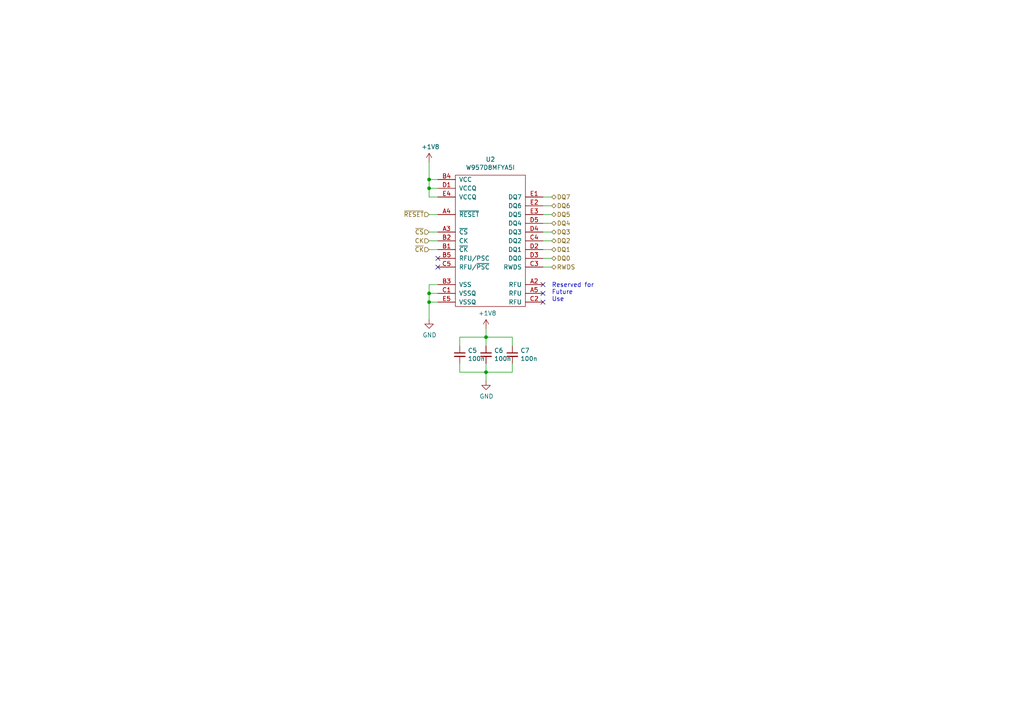
<source format=kicad_sch>
(kicad_sch (version 20230121) (generator eeschema)
  (paper "A4")
  (title_block (title "iCEBreaker PMOD - Hyperram") (rev "V1.0a") (company "1BitSquared") (comment 1 "2020 (C) 1BitSquared <info@1bitsquared.com>") (comment 2 "2020 (C) Piotr Esden-Tempski <piotr@esden.net>") (comment 3 "License: CC-BY-SA 4.0"))
  (lib_symbols
    (symbol "pkl_device:pkl_C_Small" (pin_numbers hide) (pin_names (offset 0.254) hide)
      (property "Reference" "C" (at 0.254 1.778 0))
      (property "Value" "pkl_C_Small" (at 0.254 -2.032 0))
      (symbol "pkl_C_Small_0_1"
        (polyline (pts (xy -1.524 -0.508) (xy 1.524 -0.508)) (stroke (width 0.3302)))
        (polyline (pts (xy -1.524 0.508) (xy 1.524 0.508)) (stroke (width 0.3048)))
      )
      (symbol "pkl_C_Small_1_1"
        (pin passive line (at 0 2.54 270) (length 1.905) (name "~") (number "1"))
        (pin passive line (at 0 -2.54 90) (length 2.032) (name "~") (number "2"))
      )
    )
    (symbol "pkl_memory:S70KL1281" (pin_names (offset 1.016))
      (property "Reference" "U" (at 0 20.32 0))
      (property "Value" "S70KL1281" (at 0 -20.32 0))
      (symbol "S70KL1281_0_1"
        (rectangle (start -10.16 19.05) (end 10.16 -19.05))
      )
      (symbol "S70KL1281_1_1"
        (pin passive line (at 15.24 -12.7 180) (length 5.08) (name "RFU") (number "A2"))
        (pin input line (at -15.24 2.54 0) (length 5.08) (name "~{CS}") (number "A3"))
        (pin input line (at -15.24 7.62 0) (length 5.08) (name "~{RESET}") (number "A4"))
        (pin passive line (at 15.24 -15.24 180) (length 5.08) (name "RFU") (number "A5"))
        (pin input line (at -15.24 -2.54 0) (length 5.08) (name "~{CK}") (number "B1"))
        (pin input line (at -15.24 0 0) (length 5.08) (name "CK") (number "B2"))
        (pin power_in line (at -15.24 -12.7 0) (length 5.08) (name "VSS") (number "B3"))
        (pin power_in line (at -15.24 17.78 0) (length 5.08) (name "VCC") (number "B4"))
        (pin input line (at -15.24 -5.08 0) (length 5.08) (name "RFU/PSC") (number "B5"))
        (pin power_in line (at -15.24 -15.24 0) (length 5.08) (name "VSSQ") (number "C1"))
        (pin passive line (at 15.24 -17.78 180) (length 5.08) (name "RFU") (number "C2"))
        (pin bidirectional line (at 15.24 -7.62 180) (length 5.08) (name "RWDS") (number "C3"))
        (pin bidirectional line (at 15.24 0 180) (length 5.08) (name "DQ2") (number "C4"))
        (pin input line (at -15.24 -7.62 0) (length 5.08) (name "RFU/~{PSC}") (number "C5"))
        (pin power_in line (at -15.24 15.24 0) (length 5.08) (name "VCCQ") (number "D1"))
        (pin bidirectional line (at 15.24 -2.54 180) (length 5.08) (name "DQ1") (number "D2"))
        (pin bidirectional line (at 15.24 -5.08 180) (length 5.08) (name "DQ0") (number "D3"))
        (pin bidirectional line (at 15.24 2.54 180) (length 5.08) (name "DQ3") (number "D4"))
        (pin bidirectional line (at 15.24 5.08 180) (length 5.08) (name "DQ4") (number "D5"))
        (pin bidirectional line (at 15.24 12.7 180) (length 5.08) (name "DQ7") (number "E1"))
        (pin bidirectional line (at 15.24 10.16 180) (length 5.08) (name "DQ6") (number "E2"))
        (pin bidirectional line (at 15.24 7.62 180) (length 5.08) (name "DQ5") (number "E3"))
        (pin power_in line (at -15.24 12.7 0) (length 5.08) (name "VCCQ") (number "E4"))
        (pin power_in line (at -15.24 -17.78 0) (length 5.08) (name "VSSQ") (number "E5"))
      )
    )
    (symbol "power:+1V8" (power) (pin_names (offset 0))
      (property "Value" "power_+1V8" (at 0 3.556 0))
      (symbol "+1V8_0_1"
        (polyline (pts (xy -0.762 1.27) (xy 0 2.54)))
        (polyline (pts (xy 0 0) (xy 0 2.54)))
        (polyline (pts (xy 0 2.54) (xy 0.762 1.27)))
      )
      (symbol "+1V8_1_1"
        (pin power_in line (at 0 0 90) (length 0) hide (name "+1V8") (number "1"))
      )
    )
    (symbol "power:GND" (power) (pin_names (offset 0))
      (property "Value" "power_GND" (at 0 -3.81 0))
      (symbol "GND_0_1"
        (polyline (pts (xy 0 0) (xy 0 -1.27) (xy 1.27 -1.27) (xy 0 -2.54) (xy -1.27 -1.27) (xy 0 -1.27)))
      )
      (symbol "GND_1_1"
        (pin power_in line (at 0 0 270) (length 0) hide (name "GND") (number "1"))
      )
    )
  )
  (junction (at 124.46 54.61) (diameter 0.9144))
  (junction (at 140.97 97.79) (diameter 0.9144))
  (junction (at 124.46 85.09) (diameter 0.9144))
  (junction (at 124.46 87.63) (diameter 0.9144))
  (junction (at 140.97 107.95) (diameter 0.9144))
  (junction (at 124.46 52.07) (diameter 0.9144))
  (no_connect (at 127 74.93))
  (no_connect (at 157.48 87.63))
  (no_connect (at 157.48 85.09))
  (no_connect (at 157.48 82.55))
  (no_connect (at 127 77.47))
  (wire (pts (xy 127 69.85) (xy 124.46 69.85)))
  (wire (pts (xy 140.97 107.95) (xy 148.59 107.95)))
  (wire (pts (xy 127 85.09) (xy 124.46 85.09)))
  (wire (pts (xy 124.46 54.61) (xy 124.46 52.07)))
  (wire (pts (xy 140.97 105.41) (xy 140.97 107.95)))
  (wire (pts (xy 157.48 64.77) (xy 160.02 64.77)))
  (wire (pts (xy 127 72.39) (xy 124.46 72.39)))
  (wire (pts (xy 127 62.23) (xy 124.46 62.23)))
  (wire (pts (xy 148.59 97.79) (xy 148.59 100.33)))
  (wire (pts (xy 124.46 82.55) (xy 124.46 85.09)))
  (wire (pts (xy 157.48 62.23) (xy 160.02 62.23)))
  (wire (pts (xy 140.97 100.33) (xy 140.97 97.79)))
  (wire (pts (xy 157.48 57.15) (xy 160.02 57.15)))
  (wire (pts (xy 133.35 97.79) (xy 140.97 97.79)))
  (wire (pts (xy 127 82.55) (xy 124.46 82.55)))
  (wire (pts (xy 140.97 97.79) (xy 140.97 95.25)))
  (wire (pts (xy 148.59 107.95) (xy 148.59 105.41)))
  (wire (pts (xy 157.48 59.69) (xy 160.02 59.69)))
  (wire (pts (xy 127 52.07) (xy 124.46 52.07)))
  (wire (pts (xy 133.35 100.33) (xy 133.35 97.79)))
  (wire (pts (xy 127 67.31) (xy 124.46 67.31)))
  (wire (pts (xy 124.46 87.63) (xy 124.46 92.71)))
  (wire (pts (xy 157.48 69.85) (xy 160.02 69.85)))
  (wire (pts (xy 127 87.63) (xy 124.46 87.63)))
  (wire (pts (xy 133.35 107.95) (xy 140.97 107.95)))
  (wire (pts (xy 140.97 97.79) (xy 148.59 97.79)))
  (wire (pts (xy 127 54.61) (xy 124.46 54.61)))
  (wire (pts (xy 124.46 57.15) (xy 124.46 54.61)))
  (wire (pts (xy 157.48 72.39) (xy 160.02 72.39)))
  (wire (pts (xy 157.48 67.31) (xy 160.02 67.31)))
  (wire (pts (xy 157.48 74.93) (xy 160.02 74.93)))
  (wire (pts (xy 127 57.15) (xy 124.46 57.15)))
  (wire (pts (xy 124.46 52.07) (xy 124.46 46.99)))
  (wire (pts (xy 133.35 105.41) (xy 133.35 107.95)))
  (wire (pts (xy 140.97 107.95) (xy 140.97 110.49)))
  (wire (pts (xy 157.48 77.47) (xy 160.02 77.47)))
  (wire (pts (xy 124.46 85.09) (xy 124.46 87.63)))
  (text "Reserved for\nFuture\nUse" (at 160.02 87.63 0) (effects (font (size 1.27 1.27)) (justify left bottom)))
  (hierarchical_label "~{CK}" (shape input) (at 124.46 72.39 180))
  (hierarchical_label "DQ1" (shape bidirectional) (at 160.02 72.39 0))
  (hierarchical_label "DQ6" (shape bidirectional) (at 160.02 59.69 0))
  (hierarchical_label "DQ7" (shape bidirectional) (at 160.02 57.15 0))
  (hierarchical_label "DQ3" (shape bidirectional) (at 160.02 67.31 0))
  (hierarchical_label "DQ5" (shape bidirectional) (at 160.02 62.23 0))
  (hierarchical_label "DQ0" (shape bidirectional) (at 160.02 74.93 0))
  (hierarchical_label "CK" (shape input) (at 124.46 69.85 180))
  (hierarchical_label "RWDS" (shape bidirectional) (at 160.02 77.47 0))
  (hierarchical_label "~{CS}" (shape input) (at 124.46 67.31 180))
  (hierarchical_label "DQ2" (shape bidirectional) (at 160.02 69.85 0))
  (hierarchical_label "~{RESET}" (shape input) (at 124.46 62.23 180))
  (hierarchical_label "DQ4" (shape bidirectional) (at 160.02 64.77 0))
  (symbol (lib_id "pkl_memory:S70KL1281") (at 142.24 69.85 0) (unit 1)
    (property "Reference" "U2" (at 142.24 46.228 0))
    (property "Value" "W957D8MFYA5I" (at 142.24 48.5902 0))
    (property "Footprint" "pkl_housings_bga:BGA-24_5x5_6.0x8.0mm" (effects hide))
    (property "Datasheet" "https://www.mouser.com/datasheet/2/949/W957x8MFYA_128Mb_HyperRAM_TFBGA24_DDP_datasheet_A0-1928530.pdf" (effects hide))
    (property "Source" "ANY" (effects hide))
    (property "1b2-bom-key" "ram-24vbga-w957d8mfya5i" (effects hide))
    (instances (project "ram-pak" (path "" (reference "U2") (unit 1)) (path "" (reference "U3") (unit 1))))
  )
  (symbol (lib_id "power:GND") (at 124.46 92.71 0) (unit 1)
    (property "Reference" "#PWR09" (effects hide))
    (property "Value" "GND" (at 124.587 97.1804 0))
    (instances (project "ram-pak" (path "" (reference "#PWR09") (unit 1)) (path "" (reference "#PWR013") (unit 1))))
  )
  (symbol (lib_id "pkl_device:pkl_C_Small") (at 133.35 102.87 0) (unit 1)
    (property "Reference" "C5" (at 135.6868 101.6762 0) (effects (justify left)))
    (property "Value" "100n" (at 135.6868 104.0384 0) (effects (justify left)))
    (property "Footprint" "pkl_dipol:C_0402" (effects hide))
    (property "Source" "ANY" (effects hide))
    (property "1b2-bom-key" "cap-cer-0402-100n" (effects hide))
    (instances (project "ram-pak" (path "" (reference "C5") (unit 1)) (path "" (reference "C8") (unit 1))))
  )
  (symbol (lib_id "pkl_device:pkl_C_Small") (at 140.97 102.87 0) (unit 1)
    (property "Reference" "C6" (at 143.3068 101.6762 0) (effects (justify left)))
    (property "Value" "100n" (at 143.3068 104.0384 0) (effects (justify left)))
    (property "Footprint" "pkl_dipol:C_0402" (effects hide))
    (property "Source" "ANY" (effects hide))
    (property "1b2-bom-key" "cap-cer-0402-100n" (effects hide))
    (instances (project "ram-pak" (path "" (reference "C6") (unit 1)) (path "" (reference "C9") (unit 1))))
  )
  (symbol (lib_id "pkl_device:pkl_C_Small") (at 148.59 102.87 0) (unit 1)
    (property "Reference" "C7" (at 150.9268 101.6762 0) (effects (justify left)))
    (property "Value" "100n" (at 150.9268 104.0384 0) (effects (justify left)))
    (property "Footprint" "pkl_dipol:C_0402" (effects hide))
    (property "Source" "ANY" (effects hide))
    (property "1b2-bom-key" "cap-cer-0402-100n" (effects hide))
    (instances (project "ram-pak" (path "" (reference "C7") (unit 1)) (path "" (reference "C10") (unit 1))))
  )
  (symbol (lib_id "power:GND") (at 140.97 110.49 0) (unit 1)
    (property "Reference" "#PWR011" (effects hide))
    (property "Value" "GND" (at 141.097 114.9604 0))
    (instances (project "ram-pak" (path "" (reference "#PWR011") (unit 1)) (path "" (reference "#PWR015") (unit 1))))
  )
  (symbol (lib_id "power:+1V8") (at 124.46 46.99 0) (unit 1)
    (property "Reference" "#PWR08" (effects hide))
    (property "Value" "+1V8" (at 124.841 42.5958 0))
    (instances (project "ram-pak" (path "" (reference "#PWR08") (unit 1)) (path "" (reference "#PWR012") (unit 1))))
  )
  (symbol (lib_id "power:+1V8") (at 140.97 95.25 0) (unit 1)
    (property "Reference" "#PWR010" (effects hide))
    (property "Value" "+1V8" (at 141.351 90.8558 0))
    (instances (project "ram-pak" (path "" (reference "#PWR010") (unit 1)) (path "" (reference "#PWR014") (unit 1))))
  )
)
</source>
